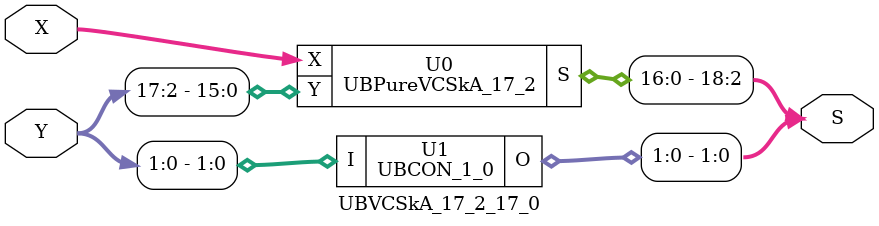
<source format=v>
/*----------------------------------------------------------------------------
  Copyright (c) 2021 Homma laboratory. All rights reserved.

  Top module: Multiplier_7_0_7_000

  Number system: Unsigned binary
  Multiplicand length: 8
  Multiplier length: 8
  Partial product generation: PPG with Radix-4 modified Booth recoding
  Partial product accumulation: (4;2) compressor tree
  Final stage addition: Carry-skip adder (variable-block-size)
----------------------------------------------------------------------------*/

module NUBZero_8_8(O);
  output [8:8] O;
  assign O[8] = 0;
endmodule

module R4BEEL_0_2(O_ds, O_d1, O_d0, I2, I1);
  output O_ds, O_d1, O_d0;
  input I1;
  input I2;
  assign O_d0 = I1;
  assign O_d1 = I2 & ( ~ I1 );
  assign O_ds = I2;
endmodule

module R4BEE_1(O_ds, O_d1, O_d0, I2, I1, I0);
  output O_ds, O_d1, O_d0;
  input I0;
  input I1;
  input I2;
  assign O_d0 = I1 ^ I0;
  assign O_d1 = ( I2 ^ I1 ) & ( ~ ( I1 ^ I0 ) );
  assign O_ds = I2;
endmodule

module R4BEE_2(O_ds, O_d1, O_d0, I2, I1, I0);
  output O_ds, O_d1, O_d0;
  input I0;
  input I1;
  input I2;
  assign O_d0 = I1 ^ I0;
  assign O_d1 = ( I2 ^ I1 ) & ( ~ ( I1 ^ I0 ) );
  assign O_ds = I2;
endmodule

module R4BEE_3(O_ds, O_d1, O_d0, I2, I1, I0);
  output O_ds, O_d1, O_d0;
  input I0;
  input I1;
  input I2;
  assign O_d0 = I1 ^ I0;
  assign O_d1 = ( I2 ^ I1 ) & ( ~ ( I1 ^ I0 ) );
  assign O_ds = I2;
endmodule

module R4BEEH_4_2(O_ds, O_d1, O_d0, I1, I0);
  output O_ds, O_d1, O_d0;
  input I0;
  input I1;
  assign O_d0 = I1 ^ I0;
  assign O_d1 = 0;
  assign O_ds = I1;
endmodule

module SD41DDECON_0(S, U_d1, U_d0, I_ds, I_d1, I_d0);
  output S;
  output U_d1, U_d0;
  input I_ds, I_d1, I_d0;
  assign S = I_ds;
  assign U_d0 = I_d0;
  assign U_d1 = I_d1;
endmodule

module U4DPPGL_0_0(Po, O, I, U_d1, U_d0);
  output O;
  output Po;
  input I;
  input U_d1, U_d0;
  assign O = I & U_d0;
  assign Po = I & U_d1;
endmodule

module U4DPPG_1_0(Po, O, I, U_d1, U_d0, Pi);
  output O;
  output Po;
  input I;
  input Pi;
  input U_d1, U_d0;
  assign O = ( I & U_d0 ) | Pi;
  assign Po = I & U_d1;
endmodule

module U4DPPG_2_0(Po, O, I, U_d1, U_d0, Pi);
  output O;
  output Po;
  input I;
  input Pi;
  input U_d1, U_d0;
  assign O = ( I & U_d0 ) | Pi;
  assign Po = I & U_d1;
endmodule

module U4DPPG_3_0(Po, O, I, U_d1, U_d0, Pi);
  output O;
  output Po;
  input I;
  input Pi;
  input U_d1, U_d0;
  assign O = ( I & U_d0 ) | Pi;
  assign Po = I & U_d1;
endmodule

module U4DPPG_4_0(Po, O, I, U_d1, U_d0, Pi);
  output O;
  output Po;
  input I;
  input Pi;
  input U_d1, U_d0;
  assign O = ( I & U_d0 ) | Pi;
  assign Po = I & U_d1;
endmodule

module U4DPPG_5_0(Po, O, I, U_d1, U_d0, Pi);
  output O;
  output Po;
  input I;
  input Pi;
  input U_d1, U_d0;
  assign O = ( I & U_d0 ) | Pi;
  assign Po = I & U_d1;
endmodule

module U4DPPG_6_0(Po, O, I, U_d1, U_d0, Pi);
  output O;
  output Po;
  input I;
  input Pi;
  input U_d1, U_d0;
  assign O = ( I & U_d0 ) | Pi;
  assign Po = I & U_d1;
endmodule

module U4DPPG_7_0(Po, O, I, U_d1, U_d0, Pi);
  output O;
  output Po;
  input I;
  input Pi;
  input U_d1, U_d0;
  assign O = ( I & U_d0 ) | Pi;
  assign Po = I & U_d1;
endmodule

module U4DPPGH_8_0(Po, O, I, U_d1, U_d0, Pi);
  output O;
  output Po;
  input I;
  input Pi;
  input U_d1, U_d0;
  assign O = ( I & U_d0 ) | Pi;
  assign Po = I & ( U_d1 | U_d0 );
endmodule

module BWCPP_0(O, I, S);
  output O;
  input I;
  input S;
  assign O = S ^ I;
endmodule

module BWCPP_1(O, I, S);
  output O;
  input I;
  input S;
  assign O = S ^ I;
endmodule

module BWCPP_2(O, I, S);
  output O;
  input I;
  input S;
  assign O = S ^ I;
endmodule

module BWCPP_3(O, I, S);
  output O;
  input I;
  input S;
  assign O = S ^ I;
endmodule

module BWCPP_4(O, I, S);
  output O;
  input I;
  input S;
  assign O = S ^ I;
endmodule

module BWCPP_5(O, I, S);
  output O;
  input I;
  input S;
  assign O = S ^ I;
endmodule

module BWCPP_6(O, I, S);
  output O;
  input I;
  input S;
  assign O = S ^ I;
endmodule

module BWCPP_7(O, I, S);
  output O;
  input I;
  input S;
  assign O = S ^ I;
endmodule

module BWCPP_8(O, I, S);
  output O;
  input I;
  input S;
  assign O = S ^ I;
endmodule

module BWCNP_9(O, I, S);
  output O;
  input I;
  input S;
  assign O = ( ~ S ) ^ I;
endmodule

module UBBBG_0(O, S);
  output O;
  input S;
  assign O = S;
endmodule

module SD41DDECON_1(S, U_d1, U_d0, I_ds, I_d1, I_d0);
  output S;
  output U_d1, U_d0;
  input I_ds, I_d1, I_d0;
  assign S = I_ds;
  assign U_d0 = I_d0;
  assign U_d1 = I_d1;
endmodule

module U4DPPGL_0_1(Po, O, I, U_d1, U_d0);
  output O;
  output Po;
  input I;
  input U_d1, U_d0;
  assign O = I & U_d0;
  assign Po = I & U_d1;
endmodule

module U4DPPG_1_1(Po, O, I, U_d1, U_d0, Pi);
  output O;
  output Po;
  input I;
  input Pi;
  input U_d1, U_d0;
  assign O = ( I & U_d0 ) | Pi;
  assign Po = I & U_d1;
endmodule

module U4DPPG_2_1(Po, O, I, U_d1, U_d0, Pi);
  output O;
  output Po;
  input I;
  input Pi;
  input U_d1, U_d0;
  assign O = ( I & U_d0 ) | Pi;
  assign Po = I & U_d1;
endmodule

module U4DPPG_3_1(Po, O, I, U_d1, U_d0, Pi);
  output O;
  output Po;
  input I;
  input Pi;
  input U_d1, U_d0;
  assign O = ( I & U_d0 ) | Pi;
  assign Po = I & U_d1;
endmodule

module U4DPPG_4_1(Po, O, I, U_d1, U_d0, Pi);
  output O;
  output Po;
  input I;
  input Pi;
  input U_d1, U_d0;
  assign O = ( I & U_d0 ) | Pi;
  assign Po = I & U_d1;
endmodule

module U4DPPG_5_1(Po, O, I, U_d1, U_d0, Pi);
  output O;
  output Po;
  input I;
  input Pi;
  input U_d1, U_d0;
  assign O = ( I & U_d0 ) | Pi;
  assign Po = I & U_d1;
endmodule

module U4DPPG_6_1(Po, O, I, U_d1, U_d0, Pi);
  output O;
  output Po;
  input I;
  input Pi;
  input U_d1, U_d0;
  assign O = ( I & U_d0 ) | Pi;
  assign Po = I & U_d1;
endmodule

module U4DPPG_7_1(Po, O, I, U_d1, U_d0, Pi);
  output O;
  output Po;
  input I;
  input Pi;
  input U_d1, U_d0;
  assign O = ( I & U_d0 ) | Pi;
  assign Po = I & U_d1;
endmodule

module U4DPPGH_8_1(Po, O, I, U_d1, U_d0, Pi);
  output O;
  output Po;
  input I;
  input Pi;
  input U_d1, U_d0;
  assign O = ( I & U_d0 ) | Pi;
  assign Po = I & ( U_d1 | U_d0 );
endmodule

module BWCPP_9(O, I, S);
  output O;
  input I;
  input S;
  assign O = S ^ I;
endmodule

module BWCPP_10(O, I, S);
  output O;
  input I;
  input S;
  assign O = S ^ I;
endmodule

module BWCNP_11(O, I, S);
  output O;
  input I;
  input S;
  assign O = ( ~ S ) ^ I;
endmodule

module UBBBG_2(O, S);
  output O;
  input S;
  assign O = S;
endmodule

module SD41DDECON_2(S, U_d1, U_d0, I_ds, I_d1, I_d0);
  output S;
  output U_d1, U_d0;
  input I_ds, I_d1, I_d0;
  assign S = I_ds;
  assign U_d0 = I_d0;
  assign U_d1 = I_d1;
endmodule

module U4DPPGL_0_2(Po, O, I, U_d1, U_d0);
  output O;
  output Po;
  input I;
  input U_d1, U_d0;
  assign O = I & U_d0;
  assign Po = I & U_d1;
endmodule

module U4DPPG_1_2(Po, O, I, U_d1, U_d0, Pi);
  output O;
  output Po;
  input I;
  input Pi;
  input U_d1, U_d0;
  assign O = ( I & U_d0 ) | Pi;
  assign Po = I & U_d1;
endmodule

module U4DPPG_2_2(Po, O, I, U_d1, U_d0, Pi);
  output O;
  output Po;
  input I;
  input Pi;
  input U_d1, U_d0;
  assign O = ( I & U_d0 ) | Pi;
  assign Po = I & U_d1;
endmodule

module U4DPPG_3_2(Po, O, I, U_d1, U_d0, Pi);
  output O;
  output Po;
  input I;
  input Pi;
  input U_d1, U_d0;
  assign O = ( I & U_d0 ) | Pi;
  assign Po = I & U_d1;
endmodule

module U4DPPG_4_2(Po, O, I, U_d1, U_d0, Pi);
  output O;
  output Po;
  input I;
  input Pi;
  input U_d1, U_d0;
  assign O = ( I & U_d0 ) | Pi;
  assign Po = I & U_d1;
endmodule

module U4DPPG_5_2(Po, O, I, U_d1, U_d0, Pi);
  output O;
  output Po;
  input I;
  input Pi;
  input U_d1, U_d0;
  assign O = ( I & U_d0 ) | Pi;
  assign Po = I & U_d1;
endmodule

module U4DPPG_6_2(Po, O, I, U_d1, U_d0, Pi);
  output O;
  output Po;
  input I;
  input Pi;
  input U_d1, U_d0;
  assign O = ( I & U_d0 ) | Pi;
  assign Po = I & U_d1;
endmodule

module U4DPPG_7_2(Po, O, I, U_d1, U_d0, Pi);
  output O;
  output Po;
  input I;
  input Pi;
  input U_d1, U_d0;
  assign O = ( I & U_d0 ) | Pi;
  assign Po = I & U_d1;
endmodule

module U4DPPGH_8_2(Po, O, I, U_d1, U_d0, Pi);
  output O;
  output Po;
  input I;
  input Pi;
  input U_d1, U_d0;
  assign O = ( I & U_d0 ) | Pi;
  assign Po = I & ( U_d1 | U_d0 );
endmodule

module BWCPP_11(O, I, S);
  output O;
  input I;
  input S;
  assign O = S ^ I;
endmodule

module BWCPP_12(O, I, S);
  output O;
  input I;
  input S;
  assign O = S ^ I;
endmodule

module BWCNP_13(O, I, S);
  output O;
  input I;
  input S;
  assign O = ( ~ S ) ^ I;
endmodule

module UBBBG_4(O, S);
  output O;
  input S;
  assign O = S;
endmodule

module SD41DDECON_3(S, U_d1, U_d0, I_ds, I_d1, I_d0);
  output S;
  output U_d1, U_d0;
  input I_ds, I_d1, I_d0;
  assign S = I_ds;
  assign U_d0 = I_d0;
  assign U_d1 = I_d1;
endmodule

module U4DPPGL_0_3(Po, O, I, U_d1, U_d0);
  output O;
  output Po;
  input I;
  input U_d1, U_d0;
  assign O = I & U_d0;
  assign Po = I & U_d1;
endmodule

module U4DPPG_1_3(Po, O, I, U_d1, U_d0, Pi);
  output O;
  output Po;
  input I;
  input Pi;
  input U_d1, U_d0;
  assign O = ( I & U_d0 ) | Pi;
  assign Po = I & U_d1;
endmodule

module U4DPPG_2_3(Po, O, I, U_d1, U_d0, Pi);
  output O;
  output Po;
  input I;
  input Pi;
  input U_d1, U_d0;
  assign O = ( I & U_d0 ) | Pi;
  assign Po = I & U_d1;
endmodule

module U4DPPG_3_3(Po, O, I, U_d1, U_d0, Pi);
  output O;
  output Po;
  input I;
  input Pi;
  input U_d1, U_d0;
  assign O = ( I & U_d0 ) | Pi;
  assign Po = I & U_d1;
endmodule

module U4DPPG_4_3(Po, O, I, U_d1, U_d0, Pi);
  output O;
  output Po;
  input I;
  input Pi;
  input U_d1, U_d0;
  assign O = ( I & U_d0 ) | Pi;
  assign Po = I & U_d1;
endmodule

module U4DPPG_5_3(Po, O, I, U_d1, U_d0, Pi);
  output O;
  output Po;
  input I;
  input Pi;
  input U_d1, U_d0;
  assign O = ( I & U_d0 ) | Pi;
  assign Po = I & U_d1;
endmodule

module U4DPPG_6_3(Po, O, I, U_d1, U_d0, Pi);
  output O;
  output Po;
  input I;
  input Pi;
  input U_d1, U_d0;
  assign O = ( I & U_d0 ) | Pi;
  assign Po = I & U_d1;
endmodule

module U4DPPG_7_3(Po, O, I, U_d1, U_d0, Pi);
  output O;
  output Po;
  input I;
  input Pi;
  input U_d1, U_d0;
  assign O = ( I & U_d0 ) | Pi;
  assign Po = I & U_d1;
endmodule

module U4DPPGH_8_3(Po, O, I, U_d1, U_d0, Pi);
  output O;
  output Po;
  input I;
  input Pi;
  input U_d1, U_d0;
  assign O = ( I & U_d0 ) | Pi;
  assign Po = I & ( U_d1 | U_d0 );
endmodule

module BWCPP_13(O, I, S);
  output O;
  input I;
  input S;
  assign O = S ^ I;
endmodule

module BWCPP_14(O, I, S);
  output O;
  input I;
  input S;
  assign O = S ^ I;
endmodule

module BWCNP_15(O, I, S);
  output O;
  input I;
  input S;
  assign O = ( ~ S ) ^ I;
endmodule

module UBBBG_6(O, S);
  output O;
  input S;
  assign O = S;
endmodule

module SD41DDECON_4(S, U_d1, U_d0, I_ds, I_d1, I_d0);
  output S;
  output U_d1, U_d0;
  input I_ds, I_d1, I_d0;
  assign S = I_ds;
  assign U_d0 = I_d0;
  assign U_d1 = I_d1;
endmodule

module U4DPPGL_0_4(Po, O, I, U_d1, U_d0);
  output O;
  output Po;
  input I;
  input U_d1, U_d0;
  assign O = I & U_d0;
  assign Po = I & U_d1;
endmodule

module U4DPPG_1_4(Po, O, I, U_d1, U_d0, Pi);
  output O;
  output Po;
  input I;
  input Pi;
  input U_d1, U_d0;
  assign O = ( I & U_d0 ) | Pi;
  assign Po = I & U_d1;
endmodule

module U4DPPG_2_4(Po, O, I, U_d1, U_d0, Pi);
  output O;
  output Po;
  input I;
  input Pi;
  input U_d1, U_d0;
  assign O = ( I & U_d0 ) | Pi;
  assign Po = I & U_d1;
endmodule

module U4DPPG_3_4(Po, O, I, U_d1, U_d0, Pi);
  output O;
  output Po;
  input I;
  input Pi;
  input U_d1, U_d0;
  assign O = ( I & U_d0 ) | Pi;
  assign Po = I & U_d1;
endmodule

module U4DPPG_4_4(Po, O, I, U_d1, U_d0, Pi);
  output O;
  output Po;
  input I;
  input Pi;
  input U_d1, U_d0;
  assign O = ( I & U_d0 ) | Pi;
  assign Po = I & U_d1;
endmodule

module U4DPPG_5_4(Po, O, I, U_d1, U_d0, Pi);
  output O;
  output Po;
  input I;
  input Pi;
  input U_d1, U_d0;
  assign O = ( I & U_d0 ) | Pi;
  assign Po = I & U_d1;
endmodule

module U4DPPG_6_4(Po, O, I, U_d1, U_d0, Pi);
  output O;
  output Po;
  input I;
  input Pi;
  input U_d1, U_d0;
  assign O = ( I & U_d0 ) | Pi;
  assign Po = I & U_d1;
endmodule

module U4DPPG_7_4(Po, O, I, U_d1, U_d0, Pi);
  output O;
  output Po;
  input I;
  input Pi;
  input U_d1, U_d0;
  assign O = ( I & U_d0 ) | Pi;
  assign Po = I & U_d1;
endmodule

module U4DPPGH_8_4(Po, O, I, U_d1, U_d0, Pi);
  output O;
  output Po;
  input I;
  input Pi;
  input U_d1, U_d0;
  assign O = ( I & U_d0 ) | Pi;
  assign Po = I & ( U_d1 | U_d0 );
endmodule

module BWCPP_15(O, I, S);
  output O;
  input I;
  input S;
  assign O = S ^ I;
endmodule

module BWCPP_16(O, I, S);
  output O;
  input I;
  input S;
  assign O = S ^ I;
endmodule

module BWCNP_17(O, I, S);
  output O;
  input I;
  input S;
  assign O = ( ~ S ) ^ I;
endmodule

module UBBBG_8(O, S);
  output O;
  input S;
  assign O = S;
endmodule

module UBOne_10(O);
  output O;
  assign O = 1;
endmodule

module UB1DCON_10(O, I);
  output O;
  input I;
  assign O = I;
endmodule

module UB1DCON_0(O, I);
  output O;
  input I;
  assign O = I;
endmodule

module UB1DCON_1(O, I);
  output O;
  input I;
  assign O = I;
endmodule

module UB1DCON_2(O, I);
  output O;
  input I;
  assign O = I;
endmodule

module UB1DCON_3(O, I);
  output O;
  input I;
  assign O = I;
endmodule

module UB1DCON_4(O, I);
  output O;
  input I;
  assign O = I;
endmodule

module UB1DCON_5(O, I);
  output O;
  input I;
  assign O = I;
endmodule

module UB1DCON_6(O, I);
  output O;
  input I;
  assign O = I;
endmodule

module UB1DCON_7(O, I);
  output O;
  input I;
  assign O = I;
endmodule

module UB1DCON_8(O, I);
  output O;
  input I;
  assign O = I;
endmodule

module UB1DCON_9(O, I);
  output O;
  input I;
  assign O = I;
endmodule

module UBOne_12(O);
  output O;
  assign O = 1;
endmodule

module UB1DCON_12(O, I);
  output O;
  input I;
  assign O = I;
endmodule

module UB1DCON_11(O, I);
  output O;
  input I;
  assign O = I;
endmodule

module UBZero_1_1(O);
  output [1:1] O;
  assign O[1] = 0;
endmodule

module UBOne_14(O);
  output O;
  assign O = 1;
endmodule

module UB1DCON_14(O, I);
  output O;
  input I;
  assign O = I;
endmodule

module UB1DCON_13(O, I);
  output O;
  input I;
  assign O = I;
endmodule

module UBZero_3_3(O);
  output [3:3] O;
  assign O[3] = 0;
endmodule

module UBOne_16(O);
  output O;
  assign O = 1;
endmodule

module UB1DCON_16(O, I);
  output O;
  input I;
  assign O = I;
endmodule

module UB1DCON_15(O, I);
  output O;
  input I;
  assign O = I;
endmodule

module UBZero_5_5(O);
  output [5:5] O;
  assign O[5] = 0;
endmodule

module UB1DCON_17(O, I);
  output O;
  input I;
  assign O = I;
endmodule

module UBZero_7_7(O);
  output [7:7] O;
  assign O[7] = 0;
endmodule

module UBOne_9(O);
  output O;
  assign O = 1;
endmodule

module UBHA_0(C, S, X, Y);
  output C;
  output S;
  input X;
  input Y;
  assign C = X & Y;
  assign S = X ^ Y;
endmodule

module UBHA_1(C, S, X, Y);
  output C;
  output S;
  input X;
  input Y;
  assign C = X & Y;
  assign S = X ^ Y;
endmodule

module UBFA_2(C, S, X, Y, Z);
  output C;
  output S;
  input X;
  input Y;
  input Z;
  assign C = ( X & Y ) | ( Y & Z ) | ( Z & X );
  assign S = X ^ Y ^ Z;
endmodule

module UBFA_3(C, S, X, Y, Z);
  output C;
  output S;
  input X;
  input Y;
  input Z;
  assign C = ( X & Y ) | ( Y & Z ) | ( Z & X );
  assign S = X ^ Y ^ Z;
endmodule

module UBZero_4_4(O);
  output [4:4] O;
  assign O[4] = 0;
endmodule

module UB1B4_2CMP_4(Co, C, S, IN0, IN1, IN2, IN3, Ci);
  output C;
  output Co;
  output S;
  input Ci;
  input IN0;
  input IN1;
  input IN2;
  input IN3;
  wire W0;
  wire W1;
  wire W2;
  assign W0 = IN0 ^ IN1;
  assign W1 = IN2 ^ IN3;
  assign W2 = W0 ^ W1;
  assign S = W2 ^ Ci;
  assign C = ( W2 & Ci ) | ( ~ W2 & IN3 );
  assign Co = ( W0 & IN2 ) | ( ~ W0 & IN0 );
endmodule

module UB1B4_2CMP_5(Co, C, S, IN0, IN1, IN2, IN3, Ci);
  output C;
  output Co;
  output S;
  input Ci;
  input IN0;
  input IN1;
  input IN2;
  input IN3;
  wire W0;
  wire W1;
  wire W2;
  assign W0 = IN0 ^ IN1;
  assign W1 = IN2 ^ IN3;
  assign W2 = W0 ^ W1;
  assign S = W2 ^ Ci;
  assign C = ( W2 & Ci ) | ( ~ W2 & IN3 );
  assign Co = ( W0 & IN2 ) | ( ~ W0 & IN0 );
endmodule

module UB1B4_2CMP_6(Co, C, S, IN0, IN1, IN2, IN3, Ci);
  output C;
  output Co;
  output S;
  input Ci;
  input IN0;
  input IN1;
  input IN2;
  input IN3;
  wire W0;
  wire W1;
  wire W2;
  assign W0 = IN0 ^ IN1;
  assign W1 = IN2 ^ IN3;
  assign W2 = W0 ^ W1;
  assign S = W2 ^ Ci;
  assign C = ( W2 & Ci ) | ( ~ W2 & IN3 );
  assign Co = ( W0 & IN2 ) | ( ~ W0 & IN0 );
endmodule

module UB1B4_2CMP_7(Co, C, S, IN0, IN1, IN2, IN3, Ci);
  output C;
  output Co;
  output S;
  input Ci;
  input IN0;
  input IN1;
  input IN2;
  input IN3;
  wire W0;
  wire W1;
  wire W2;
  assign W0 = IN0 ^ IN1;
  assign W1 = IN2 ^ IN3;
  assign W2 = W0 ^ W1;
  assign S = W2 ^ Ci;
  assign C = ( W2 & Ci ) | ( ~ W2 & IN3 );
  assign Co = ( W0 & IN2 ) | ( ~ W0 & IN0 );
endmodule

module UB1B4_2CMP_8(Co, C, S, IN0, IN1, IN2, IN3, Ci);
  output C;
  output Co;
  output S;
  input Ci;
  input IN0;
  input IN1;
  input IN2;
  input IN3;
  wire W0;
  wire W1;
  wire W2;
  assign W0 = IN0 ^ IN1;
  assign W1 = IN2 ^ IN3;
  assign W2 = W0 ^ W1;
  assign S = W2 ^ Ci;
  assign C = ( W2 & Ci ) | ( ~ W2 & IN3 );
  assign Co = ( W0 & IN2 ) | ( ~ W0 & IN0 );
endmodule

module UB1B4_2CMP_9(Co, C, S, IN0, IN1, IN2, IN3, Ci);
  output C;
  output Co;
  output S;
  input Ci;
  input IN0;
  input IN1;
  input IN2;
  input IN3;
  wire W0;
  wire W1;
  wire W2;
  assign W0 = IN0 ^ IN1;
  assign W1 = IN2 ^ IN3;
  assign W2 = W0 ^ W1;
  assign S = W2 ^ Ci;
  assign C = ( W2 & Ci ) | ( ~ W2 & IN3 );
  assign Co = ( W0 & IN2 ) | ( ~ W0 & IN0 );
endmodule

module UB1B4_2CMP_10(Co, C, S, IN0, IN1, IN2, IN3, Ci);
  output C;
  output Co;
  output S;
  input Ci;
  input IN0;
  input IN1;
  input IN2;
  input IN3;
  wire W0;
  wire W1;
  wire W2;
  assign W0 = IN0 ^ IN1;
  assign W1 = IN2 ^ IN3;
  assign W2 = W0 ^ W1;
  assign S = W2 ^ Ci;
  assign C = ( W2 & Ci ) | ( ~ W2 & IN3 );
  assign Co = ( W0 & IN2 ) | ( ~ W0 & IN0 );
endmodule

module UB1B3_2CMP_11(Co, C, S, IN0, IN1, IN2, Ci);
  output C;
  output Co;
  output S;
  input Ci;
  input IN0;
  input IN1;
  input IN2;
  wire W0;
  wire W1;
  wire W2;
  assign W0 = IN0 ^ IN1;
  assign W1 = IN2;
  assign W2 = W0 ^ W1;
  assign S = W2 ^ Ci;
  assign C = ( W2 & Ci );
  assign Co = ( W0 & IN2 ) | ( ~ W0 & IN0 );
endmodule

module UB1B3_2CMP_12(Co, C, S, IN0, IN1, IN2, Ci);
  output C;
  output Co;
  output S;
  input Ci;
  input IN0;
  input IN1;
  input IN2;
  wire W0;
  wire W1;
  wire W2;
  assign W0 = IN0 ^ IN1;
  assign W1 = IN2;
  assign W2 = W0 ^ W1;
  assign S = W2 ^ Ci;
  assign C = ( W2 & Ci );
  assign Co = ( W0 & IN2 ) | ( ~ W0 & IN0 );
endmodule

module UBFA_13(C, S, X, Y, Z);
  output C;
  output S;
  input X;
  input Y;
  input Z;
  assign C = ( X & Y ) | ( Y & Z ) | ( Z & X );
  assign S = X ^ Y ^ Z;
endmodule

module UBHA_14(C, S, X, Y);
  output C;
  output S;
  input X;
  input Y;
  assign C = X & Y;
  assign S = X ^ Y;
endmodule

module UBHA_2(C, S, X, Y);
  output C;
  output S;
  input X;
  input Y;
  assign C = X & Y;
  assign S = X ^ Y;
endmodule

module UBHA_3(C, S, X, Y);
  output C;
  output S;
  input X;
  input Y;
  assign C = X & Y;
  assign S = X ^ Y;
endmodule

module UBHA_4(C, S, X, Y);
  output C;
  output S;
  input X;
  input Y;
  assign C = X & Y;
  assign S = X ^ Y;
endmodule

module UBHA_5(C, S, X, Y);
  output C;
  output S;
  input X;
  input Y;
  assign C = X & Y;
  assign S = X ^ Y;
endmodule

module UBFA_6(C, S, X, Y, Z);
  output C;
  output S;
  input X;
  input Y;
  input Z;
  assign C = ( X & Y ) | ( Y & Z ) | ( Z & X );
  assign S = X ^ Y ^ Z;
endmodule

module UBFA_7(C, S, X, Y, Z);
  output C;
  output S;
  input X;
  input Y;
  input Z;
  assign C = ( X & Y ) | ( Y & Z ) | ( Z & X );
  assign S = X ^ Y ^ Z;
endmodule

module UBZero_8_8(O);
  output [8:8] O;
  assign O[8] = 0;
endmodule

module UB1B3_2CMP_10(Co, C, S, IN0, IN1, IN2, Ci);
  output C;
  output Co;
  output S;
  input Ci;
  input IN0;
  input IN1;
  input IN2;
  wire W0;
  wire W1;
  wire W2;
  assign W0 = IN0 ^ IN1;
  assign W1 = IN2;
  assign W2 = W0 ^ W1;
  assign S = W2 ^ Ci;
  assign C = ( W2 & Ci );
  assign Co = ( W0 & IN2 ) | ( ~ W0 & IN0 );
endmodule

module UB1B3_2CMP_13(Co, C, S, IN0, IN1, IN2, Ci);
  output C;
  output Co;
  output S;
  input Ci;
  input IN0;
  input IN1;
  input IN2;
  wire W0;
  wire W1;
  wire W2;
  assign W0 = IN0 ^ IN1;
  assign W1 = IN2;
  assign W2 = W0 ^ W1;
  assign S = W2 ^ Ci;
  assign C = ( W2 & Ci );
  assign Co = ( W0 & IN2 ) | ( ~ W0 & IN0 );
endmodule

module UB1B3_2CMP_14(Co, C, S, IN0, IN1, IN2, Ci);
  output C;
  output Co;
  output S;
  input Ci;
  input IN0;
  input IN1;
  input IN2;
  wire W0;
  wire W1;
  wire W2;
  assign W0 = IN0 ^ IN1;
  assign W1 = IN2;
  assign W2 = W0 ^ W1;
  assign S = W2 ^ Ci;
  assign C = ( W2 & Ci );
  assign Co = ( W0 & IN2 ) | ( ~ W0 & IN0 );
endmodule

module UB1B3_2CMP_15(Co, C, S, IN0, IN1, IN2, Ci);
  output C;
  output Co;
  output S;
  input Ci;
  input IN0;
  input IN1;
  input IN2;
  wire W0;
  wire W1;
  wire W2;
  assign W0 = IN0 ^ IN1;
  assign W1 = IN2;
  assign W2 = W0 ^ W1;
  assign S = W2 ^ Ci;
  assign C = ( W2 & Ci );
  assign Co = ( W0 & IN2 ) | ( ~ W0 & IN0 );
endmodule

module UBFA_16(C, S, X, Y, Z);
  output C;
  output S;
  input X;
  input Y;
  input Z;
  assign C = ( X & Y ) | ( Y & Z ) | ( Z & X );
  assign S = X ^ Y ^ Z;
endmodule

module UBPFA_3(Co, S, P, X, Y, Ci);
  output Co;
  output P;
  output S;
  input Ci;
  input X;
  input Y;
  wire C_0;
  wire C_1;
  wire S_0;
  assign Co = C_0 | C_1;
  assign P = S_0;
  UBHA_3 U0 (C_0, S_0, X, Y);
  UBHA_3 U1 (C_1, S, S_0, Ci);
endmodule

module UBPFA_4(Co, S, P, X, Y, Ci);
  output Co;
  output P;
  output S;
  input Ci;
  input X;
  input Y;
  wire C_0;
  wire C_1;
  wire S_0;
  assign Co = C_0 | C_1;
  assign P = S_0;
  UBHA_4 U0 (C_0, S_0, X, Y);
  UBHA_4 U1 (C_1, S, S_0, Ci);
endmodule

module UBCSkB_4_3(Co, S, X, Y, Ci);
  output Co;
  output [4:3] S;
  input Ci;
  input [4:3] X;
  input [4:3] Y;
  wire C4;
  wire C5;
  wire P3;
  wire P4;
  wire Sk;
  assign Sk = ( P3 & P4 ) & Ci;
  assign Co = C5 | Sk;
  UBPFA_3 U0 (C4, S[3], P3, X[3], Y[3], Ci);
  UBPFA_4 U1 (C5, S[4], P4, X[4], Y[4], C4);
endmodule

module UBPFA_5(Co, S, P, X, Y, Ci);
  output Co;
  output P;
  output S;
  input Ci;
  input X;
  input Y;
  wire C_0;
  wire C_1;
  wire S_0;
  assign Co = C_0 | C_1;
  assign P = S_0;
  UBHA_5 U0 (C_0, S_0, X, Y);
  UBHA_5 U1 (C_1, S, S_0, Ci);
endmodule

module UBHA_6(C, S, X, Y);
  output C;
  output S;
  input X;
  input Y;
  assign C = X & Y;
  assign S = X ^ Y;
endmodule

module UBPFA_6(Co, S, P, X, Y, Ci);
  output Co;
  output P;
  output S;
  input Ci;
  input X;
  input Y;
  wire C_0;
  wire C_1;
  wire S_0;
  assign Co = C_0 | C_1;
  assign P = S_0;
  UBHA_6 U0 (C_0, S_0, X, Y);
  UBHA_6 U1 (C_1, S, S_0, Ci);
endmodule

module UBHA_7(C, S, X, Y);
  output C;
  output S;
  input X;
  input Y;
  assign C = X & Y;
  assign S = X ^ Y;
endmodule

module UBPFA_7(Co, S, P, X, Y, Ci);
  output Co;
  output P;
  output S;
  input Ci;
  input X;
  input Y;
  wire C_0;
  wire C_1;
  wire S_0;
  assign Co = C_0 | C_1;
  assign P = S_0;
  UBHA_7 U0 (C_0, S_0, X, Y);
  UBHA_7 U1 (C_1, S, S_0, Ci);
endmodule

module UBCSkB_7_5(Co, S, X, Y, Ci);
  output Co;
  output [7:5] S;
  input Ci;
  input [7:5] X;
  input [7:5] Y;
  wire C6;
  wire C7;
  wire C8;
  wire P5;
  wire P6;
  wire P7;
  wire Sk;
  assign Sk = ( P5 & P6 & P7 ) & Ci;
  assign Co = C8 | Sk;
  UBPFA_5 U0 (C6, S[5], P5, X[5], Y[5], Ci);
  UBPFA_6 U1 (C7, S[6], P6, X[6], Y[6], C6);
  UBPFA_7 U2 (C8, S[7], P7, X[7], Y[7], C7);
endmodule

module UBHA_8(C, S, X, Y);
  output C;
  output S;
  input X;
  input Y;
  assign C = X & Y;
  assign S = X ^ Y;
endmodule

module UBPFA_8(Co, S, P, X, Y, Ci);
  output Co;
  output P;
  output S;
  input Ci;
  input X;
  input Y;
  wire C_0;
  wire C_1;
  wire S_0;
  assign Co = C_0 | C_1;
  assign P = S_0;
  UBHA_8 U0 (C_0, S_0, X, Y);
  UBHA_8 U1 (C_1, S, S_0, Ci);
endmodule

module UBHA_9(C, S, X, Y);
  output C;
  output S;
  input X;
  input Y;
  assign C = X & Y;
  assign S = X ^ Y;
endmodule

module UBPFA_9(Co, S, P, X, Y, Ci);
  output Co;
  output P;
  output S;
  input Ci;
  input X;
  input Y;
  wire C_0;
  wire C_1;
  wire S_0;
  assign Co = C_0 | C_1;
  assign P = S_0;
  UBHA_9 U0 (C_0, S_0, X, Y);
  UBHA_9 U1 (C_1, S, S_0, Ci);
endmodule

module UBHA_10(C, S, X, Y);
  output C;
  output S;
  input X;
  input Y;
  assign C = X & Y;
  assign S = X ^ Y;
endmodule

module UBPFA_10(Co, S, P, X, Y, Ci);
  output Co;
  output P;
  output S;
  input Ci;
  input X;
  input Y;
  wire C_0;
  wire C_1;
  wire S_0;
  assign Co = C_0 | C_1;
  assign P = S_0;
  UBHA_10 U0 (C_0, S_0, X, Y);
  UBHA_10 U1 (C_1, S, S_0, Ci);
endmodule

module UBHA_11(C, S, X, Y);
  output C;
  output S;
  input X;
  input Y;
  assign C = X & Y;
  assign S = X ^ Y;
endmodule

module UBPFA_11(Co, S, P, X, Y, Ci);
  output Co;
  output P;
  output S;
  input Ci;
  input X;
  input Y;
  wire C_0;
  wire C_1;
  wire S_0;
  assign Co = C_0 | C_1;
  assign P = S_0;
  UBHA_11 U0 (C_0, S_0, X, Y);
  UBHA_11 U1 (C_1, S, S_0, Ci);
endmodule

module UBCSkB_11_8(Co, S, X, Y, Ci);
  output Co;
  output [11:8] S;
  input Ci;
  input [11:8] X;
  input [11:8] Y;
  wire C10;
  wire C11;
  wire C12;
  wire C9;
  wire P10;
  wire P11;
  wire P8;
  wire P9;
  wire Sk;
  assign Sk = ( P8 & P9 & P10 & P11 ) & Ci;
  assign Co = C12 | Sk;
  UBPFA_8 U0 (C9, S[8], P8, X[8], Y[8], Ci);
  UBPFA_9 U1 (C10, S[9], P9, X[9], Y[9], C9);
  UBPFA_10 U2 (C11, S[10], P10, X[10], Y[10], C10);
  UBPFA_11 U3 (C12, S[11], P11, X[11], Y[11], C11);
endmodule

module UBHA_12(C, S, X, Y);
  output C;
  output S;
  input X;
  input Y;
  assign C = X & Y;
  assign S = X ^ Y;
endmodule

module UBPFA_12(Co, S, P, X, Y, Ci);
  output Co;
  output P;
  output S;
  input Ci;
  input X;
  input Y;
  wire C_0;
  wire C_1;
  wire S_0;
  assign Co = C_0 | C_1;
  assign P = S_0;
  UBHA_12 U0 (C_0, S_0, X, Y);
  UBHA_12 U1 (C_1, S, S_0, Ci);
endmodule

module UBHA_13(C, S, X, Y);
  output C;
  output S;
  input X;
  input Y;
  assign C = X & Y;
  assign S = X ^ Y;
endmodule

module UBPFA_13(Co, S, P, X, Y, Ci);
  output Co;
  output P;
  output S;
  input Ci;
  input X;
  input Y;
  wire C_0;
  wire C_1;
  wire S_0;
  assign Co = C_0 | C_1;
  assign P = S_0;
  UBHA_13 U0 (C_0, S_0, X, Y);
  UBHA_13 U1 (C_1, S, S_0, Ci);
endmodule

module UBPFA_14(Co, S, P, X, Y, Ci);
  output Co;
  output P;
  output S;
  input Ci;
  input X;
  input Y;
  wire C_0;
  wire C_1;
  wire S_0;
  assign Co = C_0 | C_1;
  assign P = S_0;
  UBHA_14 U0 (C_0, S_0, X, Y);
  UBHA_14 U1 (C_1, S, S_0, Ci);
endmodule

module UBCSkB_14_12(Co, S, X, Y, Ci);
  output Co;
  output [14:12] S;
  input Ci;
  input [14:12] X;
  input [14:12] Y;
  wire C13;
  wire C14;
  wire C15;
  wire P12;
  wire P13;
  wire P14;
  wire Sk;
  assign Sk = ( P12 & P13 & P14 ) & Ci;
  assign Co = C15 | Sk;
  UBPFA_12 U0 (C13, S[12], P12, X[12], Y[12], Ci);
  UBPFA_13 U1 (C14, S[13], P13, X[13], Y[13], C13);
  UBPFA_14 U2 (C15, S[14], P14, X[14], Y[14], C14);
endmodule

module UBHA_15(C, S, X, Y);
  output C;
  output S;
  input X;
  input Y;
  assign C = X & Y;
  assign S = X ^ Y;
endmodule

module UBPFA_15(Co, S, P, X, Y, Ci);
  output Co;
  output P;
  output S;
  input Ci;
  input X;
  input Y;
  wire C_0;
  wire C_1;
  wire S_0;
  assign Co = C_0 | C_1;
  assign P = S_0;
  UBHA_15 U0 (C_0, S_0, X, Y);
  UBHA_15 U1 (C_1, S, S_0, Ci);
endmodule

module UBHA_16(C, S, X, Y);
  output C;
  output S;
  input X;
  input Y;
  assign C = X & Y;
  assign S = X ^ Y;
endmodule

module UBPFA_16(Co, S, P, X, Y, Ci);
  output Co;
  output P;
  output S;
  input Ci;
  input X;
  input Y;
  wire C_0;
  wire C_1;
  wire S_0;
  assign Co = C_0 | C_1;
  assign P = S_0;
  UBHA_16 U0 (C_0, S_0, X, Y);
  UBHA_16 U1 (C_1, S, S_0, Ci);
endmodule

module UBCSkB_16_15(Co, S, X, Y, Ci);
  output Co;
  output [16:15] S;
  input Ci;
  input [16:15] X;
  input [16:15] Y;
  wire C16;
  wire C17;
  wire P15;
  wire P16;
  wire Sk;
  assign Sk = ( P15 & P16 ) & Ci;
  assign Co = C17 | Sk;
  UBPFA_15 U0 (C16, S[15], P15, X[15], Y[15], Ci);
  UBPFA_16 U1 (C17, S[16], P16, X[16], Y[16], C16);
endmodule

module UBHA_17(C, S, X, Y);
  output C;
  output S;
  input X;
  input Y;
  assign C = X & Y;
  assign S = X ^ Y;
endmodule

module UBPFA_17(Co, S, P, X, Y, Ci);
  output Co;
  output P;
  output S;
  input Ci;
  input X;
  input Y;
  wire C_0;
  wire C_1;
  wire S_0;
  assign Co = C_0 | C_1;
  assign P = S_0;
  UBHA_17 U0 (C_0, S_0, X, Y);
  UBHA_17 U1 (C_1, S, S_0, Ci);
endmodule

module UBCSkB_17_17(Co, S, X, Y, Ci);
  output Co;
  output [17:17] S;
  input Ci;
  input [17:17] X;
  input [17:17] Y;
  wire C18;
  wire P17;
  wire Sk;
  assign Sk = P17 & Ci;
  assign Co = C18 | Sk;
  UBPFA_17 U0 (C18, S[17], P17, X[17], Y[17], Ci);
endmodule

module UBPriVCSkA_17_2(S, X, Y, Cin);
  output [18:2] S;
  input Cin;
  input [17:2] X;
  input [17:2] Y;
  wire C12;
  wire C15;
  wire C17;
  wire C3;
  wire C5;
  wire C8;
  UBFA_2 U0 (C3, S[2], X[2], Y[2], Cin);
  UBCSkB_4_3 U1 (C5, S[4:3], X[4:3], Y[4:3], C3);
  UBCSkB_7_5 U2 (C8, S[7:5], X[7:5], Y[7:5], C5);
  UBCSkB_11_8 U3 (C12, S[11:8], X[11:8], Y[11:8], C8);
  UBCSkB_14_12 U4 (C15, S[14:12], X[14:12], Y[14:12], C12);
  UBCSkB_16_15 U5 (C17, S[16:15], X[16:15], Y[16:15], C15);
  UBCSkB_17_17 U6 (S[18], S[17], X[17], Y[17], C17);
endmodule

module UBZero_2_2(O);
  output [2:2] O;
  assign O[2] = 0;
endmodule

module UBTC1CON18_0(O, I);
  output O;
  input I;
  assign O = I;
endmodule

module UBTC1CON18_1(O, I);
  output O;
  input I;
  assign O = I;
endmodule

module UBTC1CON18_2(O, I);
  output O;
  input I;
  assign O = I;
endmodule

module UBTC1CON18_3(O, I);
  output O;
  input I;
  assign O = I;
endmodule

module UBTC1CON18_4(O, I);
  output O;
  input I;
  assign O = I;
endmodule

module UBTC1CON18_5(O, I);
  output O;
  input I;
  assign O = I;
endmodule

module UBTC1CON18_6(O, I);
  output O;
  input I;
  assign O = I;
endmodule

module UBTC1CON18_7(O, I);
  output O;
  input I;
  assign O = I;
endmodule

module UBTC1CON18_8(O, I);
  output O;
  input I;
  assign O = I;
endmodule

module UBTC1CON18_9(O, I);
  output O;
  input I;
  assign O = I;
endmodule

module UBTC1CON18_10(O, I);
  output O;
  input I;
  assign O = I;
endmodule

module UBTC1CON18_11(O, I);
  output O;
  input I;
  assign O = I;
endmodule

module UBTC1CON18_12(O, I);
  output O;
  input I;
  assign O = I;
endmodule

module UBTC1CON18_13(O, I);
  output O;
  input I;
  assign O = I;
endmodule

module UBTC1CON18_14(O, I);
  output O;
  input I;
  assign O = I;
endmodule

module UBTC1CON18_15(O, I);
  output O;
  input I;
  assign O = I;
endmodule

module UBTC1CON18_16(O, I);
  output O;
  input I;
  assign O = I;
endmodule

module UBTC1CON18_17(O, I);
  output O;
  input I;
  assign O = I;
endmodule

module UBTCTCONV_18_18(O, I);
  output [18:18] O;
  input [18:18] I;
  assign O = ~ I;
endmodule

module Multiplier_7_0_7_000(P, IN1, IN2);
  output [15:0] P;
  input [7:0] IN1;
  input [7:0] IN2;
  wire [18:0] W;
  assign P[0] = W[0];
  assign P[1] = W[1];
  assign P[2] = W[2];
  assign P[3] = W[3];
  assign P[4] = W[4];
  assign P[5] = W[5];
  assign P[6] = W[6];
  assign P[7] = W[7];
  assign P[8] = W[8];
  assign P[9] = W[9];
  assign P[10] = W[10];
  assign P[11] = W[11];
  assign P[12] = W[12];
  assign P[13] = W[13];
  assign P[14] = W[14];
  assign P[15] = W[15];
  MultUB_R4B_C42_VC000 U0 (W, IN1, IN2);
endmodule

module C42TR_10_0_12_0_1000 (S1, S2, PP0, PP1, PP2, PP3, PP4, PP5);
  output [17:2] S1;
  output [17:0] S2;
  input [10:0] PP0;
  input [12:0] PP1;
  input [14:2] PP2;
  input [16:4] PP3;
  input [17:6] PP4;
  input [9:8] PP5;
  wire [16:0] W1_0;
  wire [15:1] W1_1;
  UB4_2Comp_10_0_12000 U0 (W1_1[15:1], W1_0[16:0], PP0, PP1, PP2, PP3);
  UB4_2Comp_16_0_15000 U1 (S1[17:2], S2[17:0], W1_0[16:0], W1_1[15:1], PP4, PP5);
endmodule

module MultUB_R4B_C42_VC000 (P, IN1, IN2);
  output [18:0] P;
  input [7:0] IN1;
  input [7:0] IN2;
  wire [10:0] PP0;
  wire [12:0] PP1;
  wire [14:2] PP2;
  wire [16:4] PP3;
  wire [17:6] PP4;
  wire [9:8] PP5;
  wire [17:2] S1;
  wire [17:0] S2;
  wire [18:0] UP;
  UBR4BPPG_7_0_7_0 U0 (PP0, PP1, PP2, PP3, PP4, PP5, IN1, IN2);
  C42TR_10_0_12_0_1000 U1 (S1[17:2], S2[17:0], PP0, PP1, PP2, PP3, PP4, PP5);
  UBVCSkA_17_2_17_0 U2 (UP, S1[17:2], S2[17:0]);
  UBTCCONV18_18_0 U3 (P, UP);
endmodule

module PureCSA_3_2 (C, S, X, Y, Z);
  output [4:3] C;
  output [3:2] S;
  input [3:2] X;
  input [3:2] Y;
  input [3:2] Z;
  UBFA_2 U0 (C[3], S[2], X[2], Y[2], Z[2]);
  UBFA_3 U1 (C[4], S[3], X[3], Y[3], Z[3]);
endmodule

module PureCSA_7_6 (C, S, X, Y, Z);
  output [8:7] C;
  output [7:6] S;
  input [7:6] X;
  input [7:6] Y;
  input [7:6] Z;
  UBFA_6 U0 (C[7], S[6], X[6], Y[6], Z[6]);
  UBFA_7 U1 (C[8], S[7], X[7], Y[7], Z[7]);
endmodule

module PureCSHA_1_0 (C, S, X, Y);
  output [2:1] C;
  output [1:0] S;
  input [1:0] X;
  input [1:0] Y;
  UBHA_0 U0 (C[1], S[0], X[0], Y[0]);
  UBHA_1 U1 (C[2], S[1], X[1], Y[1]);
endmodule

module PureCSHA_5_1 (C, S, X, Y);
  output [6:2] C;
  output [5:1] S;
  input [5:1] X;
  input [5:1] Y;
  UBHA_1 U0 (C[2], S[1], X[1], Y[1]);
  UBHA_2 U1 (C[3], S[2], X[2], Y[2]);
  UBHA_3 U2 (C[4], S[3], X[3], Y[3]);
  UBHA_4 U3 (C[5], S[4], X[4], Y[4]);
  UBHA_5 U4 (C[6], S[5], X[5], Y[5]);
endmodule

module TCU4VPPG_8_0_0 (O_T, O_R, IN1_T, IN1_R, U__d1, U__d0);
  output [8:0] O_R;
  output O_T;
  input [7:0] IN1_R;
  input IN1_T;
  input U__d1, U__d0;
  wire [8:1] P;
  U4DPPGL_0_0 U0 (P[1], O_R[0], IN1_R[0], U__d1, U__d0);
  U4DPPG_1_0 U1 (P[2], O_R[1], IN1_R[1], U__d1, U__d0, P[1]);
  U4DPPG_2_0 U2 (P[3], O_R[2], IN1_R[2], U__d1, U__d0, P[2]);
  U4DPPG_3_0 U3 (P[4], O_R[3], IN1_R[3], U__d1, U__d0, P[3]);
  U4DPPG_4_0 U4 (P[5], O_R[4], IN1_R[4], U__d1, U__d0, P[4]);
  U4DPPG_5_0 U5 (P[6], O_R[5], IN1_R[5], U__d1, U__d0, P[5]);
  U4DPPG_6_0 U6 (P[7], O_R[6], IN1_R[6], U__d1, U__d0, P[6]);
  U4DPPG_7_0 U7 (P[8], O_R[7], IN1_R[7], U__d1, U__d0, P[7]);
  U4DPPGH_8_0 U8 (O_T, O_R[8], IN1_T, U__d1, U__d0, P[8]);
endmodule

module TCU4VPPG_8_0_1 (O_T, O_R, IN1_T, IN1_R, U__d1, U__d0);
  output [10:2] O_R;
  output O_T;
  input [7:0] IN1_R;
  input IN1_T;
  input U__d1, U__d0;
  wire [10:3] P;
  U4DPPGL_0_1 U0 (P[3], O_R[2], IN1_R[0], U__d1, U__d0);
  U4DPPG_1_1 U1 (P[4], O_R[3], IN1_R[1], U__d1, U__d0, P[3]);
  U4DPPG_2_1 U2 (P[5], O_R[4], IN1_R[2], U__d1, U__d0, P[4]);
  U4DPPG_3_1 U3 (P[6], O_R[5], IN1_R[3], U__d1, U__d0, P[5]);
  U4DPPG_4_1 U4 (P[7], O_R[6], IN1_R[4], U__d1, U__d0, P[6]);
  U4DPPG_5_1 U5 (P[8], O_R[7], IN1_R[5], U__d1, U__d0, P[7]);
  U4DPPG_6_1 U6 (P[9], O_R[8], IN1_R[6], U__d1, U__d0, P[8]);
  U4DPPG_7_1 U7 (P[10], O_R[9], IN1_R[7], U__d1, U__d0, P[9]);
  U4DPPGH_8_1 U8 (O_T, O_R[10], IN1_T, U__d1, U__d0, P[10]);
endmodule

module TCU4VPPG_8_0_2 (O_T, O_R, IN1_T, IN1_R, U__d1, U__d0);
  output [12:4] O_R;
  output O_T;
  input [7:0] IN1_R;
  input IN1_T;
  input U__d1, U__d0;
  wire [12:5] P;
  U4DPPGL_0_2 U0 (P[5], O_R[4], IN1_R[0], U__d1, U__d0);
  U4DPPG_1_2 U1 (P[6], O_R[5], IN1_R[1], U__d1, U__d0, P[5]);
  U4DPPG_2_2 U2 (P[7], O_R[6], IN1_R[2], U__d1, U__d0, P[6]);
  U4DPPG_3_2 U3 (P[8], O_R[7], IN1_R[3], U__d1, U__d0, P[7]);
  U4DPPG_4_2 U4 (P[9], O_R[8], IN1_R[4], U__d1, U__d0, P[8]);
  U4DPPG_5_2 U5 (P[10], O_R[9], IN1_R[5], U__d1, U__d0, P[9]);
  U4DPPG_6_2 U6 (P[11], O_R[10], IN1_R[6], U__d1, U__d0, P[10]);
  U4DPPG_7_2 U7 (P[12], O_R[11], IN1_R[7], U__d1, U__d0, P[11]);
  U4DPPGH_8_2 U8 (O_T, O_R[12], IN1_T, U__d1, U__d0, P[12]);
endmodule

module TCU4VPPG_8_0_3 (O_T, O_R, IN1_T, IN1_R, U__d1, U__d0);
  output [14:6] O_R;
  output O_T;
  input [7:0] IN1_R;
  input IN1_T;
  input U__d1, U__d0;
  wire [14:7] P;
  U4DPPGL_0_3 U0 (P[7], O_R[6], IN1_R[0], U__d1, U__d0);
  U4DPPG_1_3 U1 (P[8], O_R[7], IN1_R[1], U__d1, U__d0, P[7]);
  U4DPPG_2_3 U2 (P[9], O_R[8], IN1_R[2], U__d1, U__d0, P[8]);
  U4DPPG_3_3 U3 (P[10], O_R[9], IN1_R[3], U__d1, U__d0, P[9]);
  U4DPPG_4_3 U4 (P[11], O_R[10], IN1_R[4], U__d1, U__d0, P[10]);
  U4DPPG_5_3 U5 (P[12], O_R[11], IN1_R[5], U__d1, U__d0, P[11]);
  U4DPPG_6_3 U6 (P[13], O_R[12], IN1_R[6], U__d1, U__d0, P[12]);
  U4DPPG_7_3 U7 (P[14], O_R[13], IN1_R[7], U__d1, U__d0, P[13]);
  U4DPPGH_8_3 U8 (O_T, O_R[14], IN1_T, U__d1, U__d0, P[14]);
endmodule

module TCU4VPPG_8_0_4 (O_T, O_R, IN1_T, IN1_R, U__d1, U__d0);
  output [16:8] O_R;
  output O_T;
  input [7:0] IN1_R;
  input IN1_T;
  input U__d1, U__d0;
  wire [16:9] P;
  U4DPPGL_0_4 U0 (P[9], O_R[8], IN1_R[0], U__d1, U__d0);
  U4DPPG_1_4 U1 (P[10], O_R[9], IN1_R[1], U__d1, U__d0, P[9]);
  U4DPPG_2_4 U2 (P[11], O_R[10], IN1_R[2], U__d1, U__d0, P[10]);
  U4DPPG_3_4 U3 (P[12], O_R[11], IN1_R[3], U__d1, U__d0, P[11]);
  U4DPPG_4_4 U4 (P[13], O_R[12], IN1_R[4], U__d1, U__d0, P[12]);
  U4DPPG_5_4 U5 (P[14], O_R[13], IN1_R[5], U__d1, U__d0, P[13]);
  U4DPPG_6_4 U6 (P[15], O_R[14], IN1_R[6], U__d1, U__d0, P[14]);
  U4DPPG_7_4 U7 (P[16], O_R[15], IN1_R[7], U__d1, U__d0, P[15]);
  U4DPPGH_8_4 U8 (O_T, O_R[16], IN1_T, U__d1, U__d0, P[16]);
endmodule

module TUBWCON_11_2 (O, I_T, I_R, S);
  output [11:2] O;
  input [10:2] I_R;
  input I_T;
  input S;
  BWCPP_2 U0 (O[2], I_R[2], S);
  BWCPP_3 U1 (O[3], I_R[3], S);
  BWCPP_4 U2 (O[4], I_R[4], S);
  BWCPP_5 U3 (O[5], I_R[5], S);
  BWCPP_6 U4 (O[6], I_R[6], S);
  BWCPP_7 U5 (O[7], I_R[7], S);
  BWCPP_8 U6 (O[8], I_R[8], S);
  BWCPP_9 U7 (O[9], I_R[9], S);
  BWCPP_10 U8 (O[10], I_R[10], S);
  BWCNP_11 U9 (O[11], I_T, S);
endmodule

module TUBWCON_13_4 (O, I_T, I_R, S);
  output [13:4] O;
  input [12:4] I_R;
  input I_T;
  input S;
  BWCPP_4 U0 (O[4], I_R[4], S);
  BWCPP_5 U1 (O[5], I_R[5], S);
  BWCPP_6 U2 (O[6], I_R[6], S);
  BWCPP_7 U3 (O[7], I_R[7], S);
  BWCPP_8 U4 (O[8], I_R[8], S);
  BWCPP_9 U5 (O[9], I_R[9], S);
  BWCPP_10 U6 (O[10], I_R[10], S);
  BWCPP_11 U7 (O[11], I_R[11], S);
  BWCPP_12 U8 (O[12], I_R[12], S);
  BWCNP_13 U9 (O[13], I_T, S);
endmodule

module TUBWCON_15_6 (O, I_T, I_R, S);
  output [15:6] O;
  input [14:6] I_R;
  input I_T;
  input S;
  BWCPP_6 U0 (O[6], I_R[6], S);
  BWCPP_7 U1 (O[7], I_R[7], S);
  BWCPP_8 U2 (O[8], I_R[8], S);
  BWCPP_9 U3 (O[9], I_R[9], S);
  BWCPP_10 U4 (O[10], I_R[10], S);
  BWCPP_11 U5 (O[11], I_R[11], S);
  BWCPP_12 U6 (O[12], I_R[12], S);
  BWCPP_13 U7 (O[13], I_R[13], S);
  BWCPP_14 U8 (O[14], I_R[14], S);
  BWCNP_15 U9 (O[15], I_T, S);
endmodule

module TUBWCON_17_8 (O, I_T, I_R, S);
  output [17:8] O;
  input [16:8] I_R;
  input I_T;
  input S;
  BWCPP_8 U0 (O[8], I_R[8], S);
  BWCPP_9 U1 (O[9], I_R[9], S);
  BWCPP_10 U2 (O[10], I_R[10], S);
  BWCPP_11 U3 (O[11], I_R[11], S);
  BWCPP_12 U4 (O[12], I_R[12], S);
  BWCPP_13 U5 (O[13], I_R[13], S);
  BWCPP_14 U6 (O[14], I_R[14], S);
  BWCPP_15 U7 (O[15], I_R[15], S);
  BWCPP_16 U8 (O[16], I_R[16], S);
  BWCNP_17 U9 (O[17], I_T, S);
endmodule

module TUBWCON_9_0 (O, I_T, I_R, S);
  output [9:0] O;
  input [8:0] I_R;
  input I_T;
  input S;
  BWCPP_0 U0 (O[0], I_R[0], S);
  BWCPP_1 U1 (O[1], I_R[1], S);
  BWCPP_2 U2 (O[2], I_R[2], S);
  BWCPP_3 U3 (O[3], I_R[3], S);
  BWCPP_4 U4 (O[4], I_R[4], S);
  BWCPP_5 U5 (O[5], I_R[5], S);
  BWCPP_6 U6 (O[6], I_R[6], S);
  BWCPP_7 U7 (O[7], I_R[7], S);
  BWCPP_8 U8 (O[8], I_R[8], S);
  BWCNP_9 U9 (O[9], I_T, S);
endmodule

module UB4_2Comp_10_0_12000 (C, S, IN0, IN1, IN2, IN3);
  output [15:1] C;
  output [16:0] S;
  input [10:0] IN0;
  input [12:0] IN1;
  input [14:2] IN2;
  input [16:4] IN3;
  wire W0;
  wire W1;
  wire WZ;
  PureCSHA_1_0 U0 (C[2:1], S[1:0], IN1[1:0], IN0[1:0]);
  PureCSA_3_2 U1 (C[4:3], S[3:2], IN2[3:2], IN1[3:2], IN0[3:2]);
  UBZero_4_4 U2 (WZ);
  UBPure4_2CMP_10_4 U3 (W0, C[11:5], S[10:4], IN3[10:4], IN2[10:4], IN1[10:4], IN0[10:4], WZ);
  UBPure3_2CMP_12_1000 U4 (W1, C[13:12], S[12:11], IN3[12:11], IN2[12:11], IN1[12:11], W0);
  UBFA_13 U5 (C[14], S[13], IN3[13], IN2[13], W1);
  UBHA_14 U6 (C[15], S[14], IN3[14], IN2[14]);
  UBCON_16_15 U7 (S[16:15], IN3[16:15]);
endmodule

module UB4_2Comp_16_0_15000 (C, S, IN0, IN1, IN2, IN3);
  output [17:2] C;
  output [17:0] S;
  input [16:0] IN0;
  input [15:1] IN1;
  input [17:6] IN2;
  input [9:8] IN3;
  wire W0;
  wire W1;
  wire WZ;
  UB1DCON_0 U0 (S[0], IN0[0]);
  PureCSHA_5_1 U1 (C[6:2], S[5:1], IN1[5:1], IN0[5:1]);
  PureCSA_7_6 U2 (C[8:7], S[7:6], IN2[7:6], IN1[7:6], IN0[7:6]);
  UBZero_8_8 U3 (WZ);
  UBPure4_2CMP_9_8 U4 (W0, C[10:9], S[9:8], IN3[9:8], IN2[9:8], IN1[9:8], IN0[9:8], WZ);
  UBPure3_2CMP_15_1000 U5 (W1, C[16:11], S[15:10], IN2[15:10], IN0[15:10], IN1[15:10], W0);
  UBFA_16 U6 (C[17], S[16], IN2[16], IN0[16], W1);
  UB1DCON_17 U7 (S[17], IN2[17]);
endmodule

module UBCMBIN_10_10_9_0 (O, IN0, IN1);
  output [10:0] O;
  input IN0;
  input [9:0] IN1;
  UB1DCON_10 U0 (O[10], IN0);
  UBCON_9_0 U1 (O[9:0], IN1);
endmodule

module UBCMBIN_12_12_11_000 (O, IN0, IN1, IN2);
  output [12:0] O;
  input IN0;
  input [11:2] IN1;
  input IN2;
  UB1DCON_12 U0 (O[12], IN0);
  UBCON_11_2 U1 (O[11:2], IN1);
  UBZero_1_1 U2 (O[1]);
  UB1DCON_0 U3 (O[0], IN2);
endmodule

module UBCMBIN_14_14_13_000 (O, IN0, IN1, IN2);
  output [14:2] O;
  input IN0;
  input [13:4] IN1;
  input IN2;
  UB1DCON_14 U0 (O[14], IN0);
  UBCON_13_4 U1 (O[13:4], IN1);
  UBZero_3_3 U2 (O[3]);
  UB1DCON_2 U3 (O[2], IN2);
endmodule

module UBCMBIN_16_16_15_000 (O, IN0, IN1, IN2);
  output [16:4] O;
  input IN0;
  input [15:6] IN1;
  input IN2;
  UB1DCON_16 U0 (O[16], IN0);
  UBCON_15_6 U1 (O[15:6], IN1);
  UBZero_5_5 U2 (O[5]);
  UB1DCON_4 U3 (O[4], IN2);
endmodule

module UBCMBIN_17_8_6_6 (O, IN0, IN1);
  output [17:6] O;
  input [17:8] IN0;
  input IN1;
  UBCON_17_8 U0 (O[17:8], IN0);
  UBZero_7_7 U1 (O[7]);
  UB1DCON_6 U2 (O[6], IN1);
endmodule

module UBCMBIN_9_9_8_8 (O, IN0, IN1);
  output [9:8] O;
  input IN0;
  input IN1;
  UB1DCON_9 U0 (O[9], IN0);
  UB1DCON_8 U1 (O[8], IN1);
endmodule

module UBCON_11_2 (O, I);
  output [11:2] O;
  input [11:2] I;
  UB1DCON_2 U0 (O[2], I[2]);
  UB1DCON_3 U1 (O[3], I[3]);
  UB1DCON_4 U2 (O[4], I[4]);
  UB1DCON_5 U3 (O[5], I[5]);
  UB1DCON_6 U4 (O[6], I[6]);
  UB1DCON_7 U5 (O[7], I[7]);
  UB1DCON_8 U6 (O[8], I[8]);
  UB1DCON_9 U7 (O[9], I[9]);
  UB1DCON_10 U8 (O[10], I[10]);
  UB1DCON_11 U9 (O[11], I[11]);
endmodule

module UBCON_13_4 (O, I);
  output [13:4] O;
  input [13:4] I;
  UB1DCON_4 U0 (O[4], I[4]);
  UB1DCON_5 U1 (O[5], I[5]);
  UB1DCON_6 U2 (O[6], I[6]);
  UB1DCON_7 U3 (O[7], I[7]);
  UB1DCON_8 U4 (O[8], I[8]);
  UB1DCON_9 U5 (O[9], I[9]);
  UB1DCON_10 U6 (O[10], I[10]);
  UB1DCON_11 U7 (O[11], I[11]);
  UB1DCON_12 U8 (O[12], I[12]);
  UB1DCON_13 U9 (O[13], I[13]);
endmodule

module UBCON_15_6 (O, I);
  output [15:6] O;
  input [15:6] I;
  UB1DCON_6 U0 (O[6], I[6]);
  UB1DCON_7 U1 (O[7], I[7]);
  UB1DCON_8 U2 (O[8], I[8]);
  UB1DCON_9 U3 (O[9], I[9]);
  UB1DCON_10 U4 (O[10], I[10]);
  UB1DCON_11 U5 (O[11], I[11]);
  UB1DCON_12 U6 (O[12], I[12]);
  UB1DCON_13 U7 (O[13], I[13]);
  UB1DCON_14 U8 (O[14], I[14]);
  UB1DCON_15 U9 (O[15], I[15]);
endmodule

module UBCON_16_15 (O, I);
  output [16:15] O;
  input [16:15] I;
  UB1DCON_15 U0 (O[15], I[15]);
  UB1DCON_16 U1 (O[16], I[16]);
endmodule

module UBCON_17_8 (O, I);
  output [17:8] O;
  input [17:8] I;
  UB1DCON_8 U0 (O[8], I[8]);
  UB1DCON_9 U1 (O[9], I[9]);
  UB1DCON_10 U2 (O[10], I[10]);
  UB1DCON_11 U3 (O[11], I[11]);
  UB1DCON_12 U4 (O[12], I[12]);
  UB1DCON_13 U5 (O[13], I[13]);
  UB1DCON_14 U6 (O[14], I[14]);
  UB1DCON_15 U7 (O[15], I[15]);
  UB1DCON_16 U8 (O[16], I[16]);
  UB1DCON_17 U9 (O[17], I[17]);
endmodule

module UBCON_1_0 (O, I);
  output [1:0] O;
  input [1:0] I;
  UB1DCON_0 U0 (O[0], I[0]);
  UB1DCON_1 U1 (O[1], I[1]);
endmodule

module UBCON_9_0 (O, I);
  output [9:0] O;
  input [9:0] I;
  UB1DCON_0 U0 (O[0], I[0]);
  UB1DCON_1 U1 (O[1], I[1]);
  UB1DCON_2 U2 (O[2], I[2]);
  UB1DCON_3 U3 (O[3], I[3]);
  UB1DCON_4 U4 (O[4], I[4]);
  UB1DCON_5 U5 (O[5], I[5]);
  UB1DCON_6 U6 (O[6], I[6]);
  UB1DCON_7 U7 (O[7], I[7]);
  UB1DCON_8 U8 (O[8], I[8]);
  UB1DCON_9 U9 (O[9], I[9]);
endmodule

module UBPure3_2CMP_12_1000 (Co, C, S, IN0, IN1, IN2, Ci);
  output [13:12] C;
  output Co;
  output [12:11] S;
  input Ci;
  input [12:11] IN0;
  input [12:11] IN1;
  input [12:11] IN2;
  wire W;
  UB1B3_2CMP_11 U0 (W, C[12], S[11], IN0[11], IN1[11], IN2[11], Ci);
  UB1B3_2CMP_12 U1 (Co, C[13], S[12], IN0[12], IN1[12], IN2[12], W);
endmodule

module UBPure3_2CMP_15_1000 (Co, C, S, IN0, IN1, IN2, Ci);
  output [16:11] C;
  output Co;
  output [15:10] S;
  input Ci;
  input [15:10] IN0;
  input [15:10] IN1;
  input [15:10] IN2;
  wire [15:11] W;
  UB1B3_2CMP_10 U0 (W[11], C[11], S[10], IN0[10], IN1[10], IN2[10], Ci);
  UB1B3_2CMP_11 U1 (W[12], C[12], S[11], IN0[11], IN1[11], IN2[11], W[11]);
  UB1B3_2CMP_12 U2 (W[13], C[13], S[12], IN0[12], IN1[12], IN2[12], W[12]);
  UB1B3_2CMP_13 U3 (W[14], C[14], S[13], IN0[13], IN1[13], IN2[13], W[13]);
  UB1B3_2CMP_14 U4 (W[15], C[15], S[14], IN0[14], IN1[14], IN2[14], W[14]);
  UB1B3_2CMP_15 U5 (Co, C[16], S[15], IN0[15], IN1[15], IN2[15], W[15]);
endmodule

module UBPure4_2CMP_10_4 (Co, C, S, IN0, IN1, IN2, IN3, Ci);
  output [11:5] C;
  output Co;
  output [10:4] S;
  input Ci;
  input [10:4] IN0;
  input [10:4] IN1;
  input [10:4] IN2;
  input [10:4] IN3;
  wire [10:5] W;
  UB1B4_2CMP_4 U0 (W[5], C[5], S[4], IN0[4], IN1[4], IN2[4], IN3[4], Ci);
  UB1B4_2CMP_5 U1 (W[6], C[6], S[5], IN0[5], IN1[5], IN2[5], IN3[5], W[5]);
  UB1B4_2CMP_6 U2 (W[7], C[7], S[6], IN0[6], IN1[6], IN2[6], IN3[6], W[6]);
  UB1B4_2CMP_7 U3 (W[8], C[8], S[7], IN0[7], IN1[7], IN2[7], IN3[7], W[7]);
  UB1B4_2CMP_8 U4 (W[9], C[9], S[8], IN0[8], IN1[8], IN2[8], IN3[8], W[8]);
  UB1B4_2CMP_9 U5 (W[10], C[10], S[9], IN0[9], IN1[9], IN2[9], IN3[9], W[9]);
  UB1B4_2CMP_10 U6 (Co, C[11], S[10], IN0[10], IN1[10], IN2[10], IN3[10], W[10]);
endmodule

module UBPure4_2CMP_9_8 (Co, C, S, IN0, IN1, IN2, IN3, Ci);
  output [10:9] C;
  output Co;
  output [9:8] S;
  input Ci;
  input [9:8] IN0;
  input [9:8] IN1;
  input [9:8] IN2;
  input [9:8] IN3;
  wire W;
  UB1B4_2CMP_8 U0 (W, C[9], S[8], IN0[8], IN1[8], IN2[8], IN3[8], Ci);
  UB1B4_2CMP_9 U1 (Co, C[10], S[9], IN0[9], IN1[9], IN2[9], IN3[9], W);
endmodule

module UBPureVCSkA_17_2 (S, X, Y);
  output [18:2] S;
  input [17:2] X;
  input [17:2] Y;
  wire C;
  UBPriVCSkA_17_2 U0 (S, X, Y, C);
  UBZero_2_2 U1 (C);
endmodule

module UBR4BE_7_0 (O__ds, O__d1, O__d0, I);
  output [4:0] O__ds, O__d1, O__d0;
  input [7:0] I;
  wire T;
  NUBZero_8_8 U0 (T);
  R4BEEL_0_2 U1 (O__ds[0], O__d1[0], O__d0[0], I[1], I[0]);
  R4BEE_1 U2 (O__ds[1], O__d1[1], O__d0[1], I[3], I[2], I[1]);
  R4BEE_2 U3 (O__ds[2], O__d1[2], O__d0[2], I[5], I[4], I[3]);
  R4BEE_3 U4 (O__ds[3], O__d1[3], O__d0[3], I[7], I[6], I[5]);
  R4BEEH_4_2 U5 (O__ds[4], O__d1[4], O__d0[4], T, I[7]);
endmodule

module UBR4BPPG_7_0_7_0 (PP0, PP1, PP2, PP3, PP4, PP5, IN1, IN2);
  output [10:0] PP0;
  output [12:0] PP1;
  output [14:2] PP2;
  output [16:4] PP3;
  output [17:6] PP4;
  output [9:8] PP5;
  input [7:0] IN1;
  input [7:0] IN2;
  wire B0;
  wire B1;
  wire B2;
  wire B3;
  wire B4;
  wire [4:0] IN2SD__ds, IN2SD__d1, IN2SD__d0;
  wire [9:0] PPT0;
  wire [11:2] PPT1;
  wire [13:4] PPT2;
  wire [15:6] PPT3;
  wire [17:8] PPT4;
  wire S0;
  wire S1;
  wire S2;
  wire S3;
  wire S4;
  UBR4BE_7_0 U0 (IN2SD__ds, IN2SD__d1, IN2SD__d0, IN2);
  UBSD4VPPG_7_0_0 U1 (PPT0, S0, IN1, IN2SD__ds[0], IN2SD__d1[0], IN2SD__d0[0]);
  UBSD4VPPG_7_0_1 U2 (PPT1, S1, IN1, IN2SD__ds[1], IN2SD__d1[1], IN2SD__d0[1]);
  UBSD4VPPG_7_0_2 U3 (PPT2, S2, IN1, IN2SD__ds[2], IN2SD__d1[2], IN2SD__d0[2]);
  UBSD4VPPG_7_0_3 U4 (PPT3, S3, IN1, IN2SD__ds[3], IN2SD__d1[3], IN2SD__d0[3]);
  UBSD4VPPG_7_0_4 U5 (PPT4, S4, IN1, IN2SD__ds[4], IN2SD__d1[4], IN2SD__d0[4]);
  UBOne_10 U6 (B0);
  UBCMBIN_10_10_9_0 U7 (PP0, B0, PPT0);
  UBOne_12 U8 (B1);
  UBCMBIN_12_12_11_000 U9 (PP1, B1, PPT1, S0);
  UBOne_14 U10 (B2);
  UBCMBIN_14_14_13_000 U11 (PP2, B2, PPT2, S1);
  UBOne_16 U12 (B3);
  UBCMBIN_16_16_15_000 U13 (PP3, B3, PPT3, S2);
  UBCMBIN_17_8_6_6 U14 (PP4, PPT4, S3);
  UBOne_9 U15 (B4);
  UBCMBIN_9_9_8_8 U16 (PP5, B4, S4);
endmodule

module UBSD4VPPG_7_0_0 (PP, C, IN1, IN2__ds, IN2__d1, IN2__d0);
  output C;
  output [9:0] PP;
  input [7:0] IN1;
  input IN2__ds, IN2__d1, IN2__d0;
  wire NZ;
  wire S;
  wire U__d1, U__d0;
  wire [8:0] W_R;
  wire W_T;
  SD41DDECON_0 U0 (S, U__d1, U__d0, IN2__ds, IN2__d1, IN2__d0);
  NUBZero_8_8 U1 (NZ);
  TCU4VPPG_8_0_0 U2 (W_T, W_R, NZ, IN1, U__d1, U__d0);
  TUBWCON_9_0 U3 (PP, W_T, W_R, S);
  UBBBG_0 U4 (C, S);
endmodule

module UBSD4VPPG_7_0_1 (PP, C, IN1, IN2__ds, IN2__d1, IN2__d0);
  output C;
  output [11:2] PP;
  input [7:0] IN1;
  input IN2__ds, IN2__d1, IN2__d0;
  wire NZ;
  wire S;
  wire U__d1, U__d0;
  wire [10:2] W_R;
  wire W_T;
  SD41DDECON_1 U0 (S, U__d1, U__d0, IN2__ds, IN2__d1, IN2__d0);
  NUBZero_8_8 U1 (NZ);
  TCU4VPPG_8_0_1 U2 (W_T, W_R, NZ, IN1, U__d1, U__d0);
  TUBWCON_11_2 U3 (PP, W_T, W_R, S);
  UBBBG_2 U4 (C, S);
endmodule

module UBSD4VPPG_7_0_2 (PP, C, IN1, IN2__ds, IN2__d1, IN2__d0);
  output C;
  output [13:4] PP;
  input [7:0] IN1;
  input IN2__ds, IN2__d1, IN2__d0;
  wire NZ;
  wire S;
  wire U__d1, U__d0;
  wire [12:4] W_R;
  wire W_T;
  SD41DDECON_2 U0 (S, U__d1, U__d0, IN2__ds, IN2__d1, IN2__d0);
  NUBZero_8_8 U1 (NZ);
  TCU4VPPG_8_0_2 U2 (W_T, W_R, NZ, IN1, U__d1, U__d0);
  TUBWCON_13_4 U3 (PP, W_T, W_R, S);
  UBBBG_4 U4 (C, S);
endmodule

module UBSD4VPPG_7_0_3 (PP, C, IN1, IN2__ds, IN2__d1, IN2__d0);
  output C;
  output [15:6] PP;
  input [7:0] IN1;
  input IN2__ds, IN2__d1, IN2__d0;
  wire NZ;
  wire S;
  wire U__d1, U__d0;
  wire [14:6] W_R;
  wire W_T;
  SD41DDECON_3 U0 (S, U__d1, U__d0, IN2__ds, IN2__d1, IN2__d0);
  NUBZero_8_8 U1 (NZ);
  TCU4VPPG_8_0_3 U2 (W_T, W_R, NZ, IN1, U__d1, U__d0);
  TUBWCON_15_6 U3 (PP, W_T, W_R, S);
  UBBBG_6 U4 (C, S);
endmodule

module UBSD4VPPG_7_0_4 (PP, C, IN1, IN2__ds, IN2__d1, IN2__d0);
  output C;
  output [17:8] PP;
  input [7:0] IN1;
  input IN2__ds, IN2__d1, IN2__d0;
  wire NZ;
  wire S;
  wire U__d1, U__d0;
  wire [16:8] W_R;
  wire W_T;
  SD41DDECON_4 U0 (S, U__d1, U__d0, IN2__ds, IN2__d1, IN2__d0);
  NUBZero_8_8 U1 (NZ);
  TCU4VPPG_8_0_4 U2 (W_T, W_R, NZ, IN1, U__d1, U__d0);
  TUBWCON_17_8 U3 (PP, W_T, W_R, S);
  UBBBG_8 U4 (C, S);
endmodule

module UBTCCONV18_18_0 (O, I);
  output [18:0] O;
  input [18:0] I;
  UBTC1CON18_0 U0 (O[0], I[0]);
  UBTC1CON18_1 U1 (O[1], I[1]);
  UBTC1CON18_2 U2 (O[2], I[2]);
  UBTC1CON18_3 U3 (O[3], I[3]);
  UBTC1CON18_4 U4 (O[4], I[4]);
  UBTC1CON18_5 U5 (O[5], I[5]);
  UBTC1CON18_6 U6 (O[6], I[6]);
  UBTC1CON18_7 U7 (O[7], I[7]);
  UBTC1CON18_8 U8 (O[8], I[8]);
  UBTC1CON18_9 U9 (O[9], I[9]);
  UBTC1CON18_10 U10 (O[10], I[10]);
  UBTC1CON18_11 U11 (O[11], I[11]);
  UBTC1CON18_12 U12 (O[12], I[12]);
  UBTC1CON18_13 U13 (O[13], I[13]);
  UBTC1CON18_14 U14 (O[14], I[14]);
  UBTC1CON18_15 U15 (O[15], I[15]);
  UBTC1CON18_16 U16 (O[16], I[16]);
  UBTC1CON18_17 U17 (O[17], I[17]);
  UBTCTCONV_18_18 U18 (O[18], I[18]);
endmodule

module UBVCSkA_17_2_17_0 (S, X, Y);
  output [18:0] S;
  input [17:2] X;
  input [17:0] Y;
  UBPureVCSkA_17_2 U0 (S[18:2], X[17:2], Y[17:2]);
  UBCON_1_0 U1 (S[1:0], Y[1:0]);
endmodule


</source>
